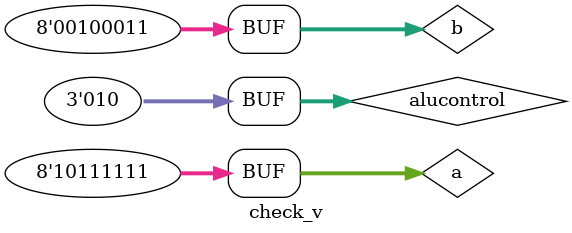
<source format=v>
`timescale 1ns / 1ps


module check_v;

	// Inputs
	reg [7:0] a;
	reg [7:0] b;
	reg [2:0] alucontrol;

	// Outputs
	wire [7:0] result;
	wire zerocheck;

	// Instantiate the Unit Under Test (UUT)
	alu uut (
		.a(a), 
		.b(b), 
		.alucontrol(alucontrol), 
		.result(result), 
		.zerocheck(zerocheck)
	);

	initial begin
		// Initialize Inputs
		
        a = 8'hBF;
		b = 8'h23;
		alucontrol = 3'b010;

	// Wait 100 ns for global reset to finish
		

		// Wait 100 ns for global reset to finish
		#10;
        
		// Add stimulus here

	end
      
endmodule


</source>
